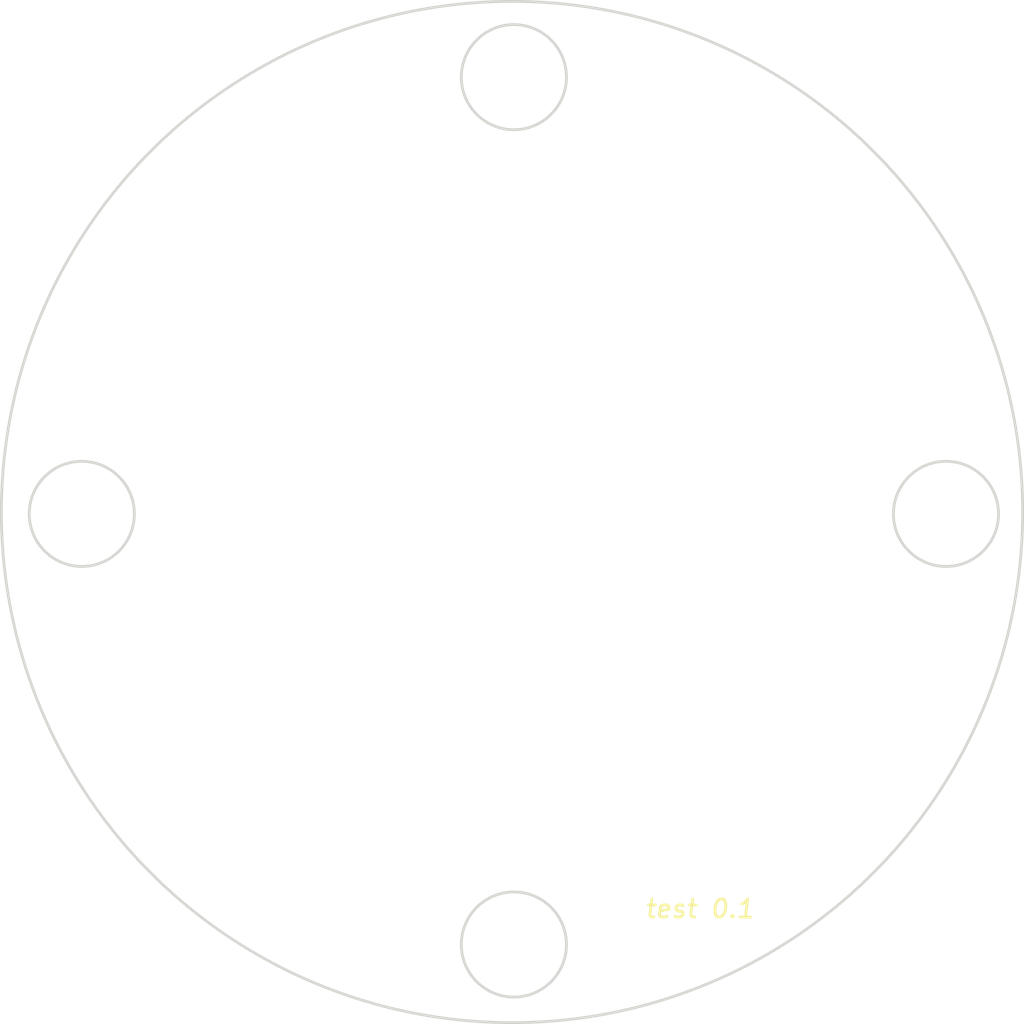
<source format=kicad_pcb>
(kicad_pcb (version 20171130) (host pcbnew "(5.1.6-0-10_14)")

  (general
    (thickness 1.6)
    (drawings 6)
    (tracks 0)
    (zones 0)
    (modules 4)
    (nets 1)
  )

  (page A2)
  (layers
    (0 F.Cu signal)
    (31 B.Cu signal)
    (32 B.Adhes user)
    (33 F.Adhes user)
    (34 B.Paste user)
    (35 F.Paste user)
    (36 B.SilkS user)
    (37 F.SilkS user)
    (38 B.Mask user)
    (39 F.Mask user)
    (40 Dwgs.User user)
    (41 Cmts.User user)
    (42 Eco1.User user)
    (43 Eco2.User user)
    (44 Edge.Cuts user)
    (45 Margin user)
    (46 B.CrtYd user)
    (47 F.CrtYd user)
    (48 B.Fab user)
    (49 F.Fab user)
  )

  (setup
    (last_trace_width 0.25)
    (trace_clearance 0.2)
    (zone_clearance 0.508)
    (zone_45_only no)
    (trace_min 0.2)
    (via_size 0.8)
    (via_drill 0.4)
    (via_min_size 0.4)
    (via_min_drill 0.3)
    (uvia_size 0.3)
    (uvia_drill 0.1)
    (uvias_allowed no)
    (uvia_min_size 0.2)
    (uvia_min_drill 0.1)
    (edge_width 0.1)
    (segment_width 0.2)
    (pcb_text_width 0.3)
    (pcb_text_size 1.5 1.5)
    (mod_edge_width 0.15)
    (mod_text_size 1 1)
    (mod_text_width 0.15)
    (pad_size 1.7526 1.7526)
    (pad_drill 1.0922)
    (pad_to_mask_clearance 0)
    (aux_axis_origin 0 0)
    (grid_origin 71.374 69.596)
    (visible_elements FFFFE7FF)
    (pcbplotparams
      (layerselection 0x3ffff_ffffffff)
      (usegerberextensions false)
      (usegerberattributes true)
      (usegerberadvancedattributes true)
      (creategerberjobfile true)
      (excludeedgelayer true)
      (linewidth 0.100000)
      (plotframeref false)
      (viasonmask false)
      (mode 1)
      (useauxorigin false)
      (hpglpennumber 1)
      (hpglpenspeed 20)
      (hpglpendiameter 15.000000)
      (psnegative false)
      (psa4output false)
      (plotreference true)
      (plotvalue true)
      (plotinvisibletext false)
      (padsonsilk false)
      (subtractmaskfromsilk false)
      (outputformat 1)
      (mirror false)
      (drillshape 0)
      (scaleselection 1)
      (outputdirectory "mech50-keyboard-gerbers/"))
  )

  (net 0 "")

  (net_class Default "This is the default net class."
    (clearance 0.2)
    (trace_width 0.25)
    (via_dia 0.8)
    (via_drill 0.4)
    (uvia_dia 0.3)
    (uvia_drill 0.1)
  )

  (module Keebio-Parts:MX_Switch_Cutout (layer F.Cu) (tedit 59612069) (tstamp 618EEF60)
    (at 260.35 200.66)
    (path /603B1B93)
    (fp_text reference S-A1 (at 0 3.175) (layer F.SilkS) hide
      (effects (font (size 1.27 1.524) (thickness 0.2032)))
    )
    (fp_text value MX (at 0 5.08) (layer F.SilkS) hide
      (effects (font (size 1.27 1.524) (thickness 0.2032)))
    )
    (fp_line (start -9.5 -9.5) (end 9.5 -9.5) (layer Dwgs.User) (width 0.15))
    (fp_line (start -9.5 9.5) (end -9.5 -9.5) (layer Dwgs.User) (width 0.15))
    (fp_line (start 9.5 9.5) (end -9.5 9.5) (layer Dwgs.User) (width 0.15))
    (fp_line (start 9.5 -9.5) (end 9.5 9.5) (layer Dwgs.User) (width 0.15))
    (pad "" np_thru_hole oval (at 7.14375 2.667) (size 1.3335 0.508) (drill oval 1.3335 0.508) (layers *.Cu *.Mask))
    (pad "" np_thru_hole oval (at -7.14375 2.667) (size 1.3335 0.508) (drill oval 1.3335 0.508) (layers *.Cu *.Mask))
    (pad "" np_thru_hole oval (at 7.14375 -2.667) (size 1.3335 0.508) (drill oval 1.3335 0.508) (layers *.Cu *.Mask))
    (pad "" np_thru_hole oval (at -7.14375 -2.667) (size 1.3335 0.508) (drill oval 1.3335 0.508) (layers *.Cu *.Mask))
    (pad "" np_thru_hole oval (at 0 6.985) (size 5.08 1.27) (drill oval 5.08 1.27) (layers *.Cu *.Mask))
    (pad "" np_thru_hole oval (at 0 -6.985) (size 5.08 1.27) (drill oval 5.08 1.27) (layers *.Cu *.Mask))
    (pad "" np_thru_hole oval (at -6.731 0) (size 0.508 5.842) (drill oval 0.508 5.842) (layers *.Cu *.Mask))
    (pad "" np_thru_hole oval (at 6.731 0) (size 0.508 5.842) (drill oval 0.508 5.842) (layers *.Cu *.Mask))
    (pad "" np_thru_hole oval (at -7.5565 4.699) (size 0.508 4.572) (drill oval 0.508 4.572) (layers *.Cu *.Mask))
    (pad "" np_thru_hole oval (at 7.5565 4.699) (size 0.508 4.572) (drill oval 0.508 4.572) (layers *.Cu *.Mask))
    (pad "" np_thru_hole oval (at 7.5565 -4.699) (size 0.508 4.572) (drill oval 0.508 4.572) (layers *.Cu *.Mask))
    (pad "" np_thru_hole oval (at -7.5565 -4.699) (size 0.508 4.572) (drill oval 0.508 4.572) (layers *.Cu *.Mask))
    (pad "" np_thru_hole oval (at 0 6.731) (size 15.5956 0.508) (drill oval 15.5956 0.508) (layers *.Cu *.Mask))
    (pad "" np_thru_hole oval (at 0 -6.731) (size 15.5956 0.508) (drill oval 15.5956 0.508) (layers *.Cu *.Mask))
  )

  (module Keebio-Parts:MX_Switch_Cutout (layer F.Cu) (tedit 59612069) (tstamp 618EEF4B)
    (at 241.3 200.66)
    (path /603B1B93)
    (fp_text reference S-A1 (at 0 3.175) (layer F.SilkS) hide
      (effects (font (size 1.27 1.524) (thickness 0.2032)))
    )
    (fp_text value MX (at 0 5.08) (layer F.SilkS) hide
      (effects (font (size 1.27 1.524) (thickness 0.2032)))
    )
    (fp_line (start 9.5 -9.5) (end 9.5 9.5) (layer Dwgs.User) (width 0.15))
    (fp_line (start 9.5 9.5) (end -9.5 9.5) (layer Dwgs.User) (width 0.15))
    (fp_line (start -9.5 9.5) (end -9.5 -9.5) (layer Dwgs.User) (width 0.15))
    (fp_line (start -9.5 -9.5) (end 9.5 -9.5) (layer Dwgs.User) (width 0.15))
    (pad "" np_thru_hole oval (at 0 -6.731) (size 15.5956 0.508) (drill oval 15.5956 0.508) (layers *.Cu *.Mask))
    (pad "" np_thru_hole oval (at 0 6.731) (size 15.5956 0.508) (drill oval 15.5956 0.508) (layers *.Cu *.Mask))
    (pad "" np_thru_hole oval (at -7.5565 -4.699) (size 0.508 4.572) (drill oval 0.508 4.572) (layers *.Cu *.Mask))
    (pad "" np_thru_hole oval (at 7.5565 -4.699) (size 0.508 4.572) (drill oval 0.508 4.572) (layers *.Cu *.Mask))
    (pad "" np_thru_hole oval (at 7.5565 4.699) (size 0.508 4.572) (drill oval 0.508 4.572) (layers *.Cu *.Mask))
    (pad "" np_thru_hole oval (at -7.5565 4.699) (size 0.508 4.572) (drill oval 0.508 4.572) (layers *.Cu *.Mask))
    (pad "" np_thru_hole oval (at 6.731 0) (size 0.508 5.842) (drill oval 0.508 5.842) (layers *.Cu *.Mask))
    (pad "" np_thru_hole oval (at -6.731 0) (size 0.508 5.842) (drill oval 0.508 5.842) (layers *.Cu *.Mask))
    (pad "" np_thru_hole oval (at 0 -6.985) (size 5.08 1.27) (drill oval 5.08 1.27) (layers *.Cu *.Mask))
    (pad "" np_thru_hole oval (at 0 6.985) (size 5.08 1.27) (drill oval 5.08 1.27) (layers *.Cu *.Mask))
    (pad "" np_thru_hole oval (at -7.14375 -2.667) (size 1.3335 0.508) (drill oval 1.3335 0.508) (layers *.Cu *.Mask))
    (pad "" np_thru_hole oval (at 7.14375 -2.667) (size 1.3335 0.508) (drill oval 1.3335 0.508) (layers *.Cu *.Mask))
    (pad "" np_thru_hole oval (at -7.14375 2.667) (size 1.3335 0.508) (drill oval 1.3335 0.508) (layers *.Cu *.Mask))
    (pad "" np_thru_hole oval (at 7.14375 2.667) (size 1.3335 0.508) (drill oval 1.3335 0.508) (layers *.Cu *.Mask))
  )

  (module Keebio-Parts:MX_Switch_Cutout (layer F.Cu) (tedit 59612069) (tstamp 618EEF21)
    (at 260.35 181.61)
    (path /603B1B93)
    (fp_text reference S-A1 (at 0 3.175) (layer F.SilkS) hide
      (effects (font (size 1.27 1.524) (thickness 0.2032)))
    )
    (fp_text value MX (at 0 5.08) (layer F.SilkS) hide
      (effects (font (size 1.27 1.524) (thickness 0.2032)))
    )
    (fp_line (start 9.5 -9.5) (end 9.5 9.5) (layer Dwgs.User) (width 0.15))
    (fp_line (start 9.5 9.5) (end -9.5 9.5) (layer Dwgs.User) (width 0.15))
    (fp_line (start -9.5 9.5) (end -9.5 -9.5) (layer Dwgs.User) (width 0.15))
    (fp_line (start -9.5 -9.5) (end 9.5 -9.5) (layer Dwgs.User) (width 0.15))
    (pad "" np_thru_hole oval (at 0 -6.731) (size 15.5956 0.508) (drill oval 15.5956 0.508) (layers *.Cu *.Mask))
    (pad "" np_thru_hole oval (at 0 6.731) (size 15.5956 0.508) (drill oval 15.5956 0.508) (layers *.Cu *.Mask))
    (pad "" np_thru_hole oval (at -7.5565 -4.699) (size 0.508 4.572) (drill oval 0.508 4.572) (layers *.Cu *.Mask))
    (pad "" np_thru_hole oval (at 7.5565 -4.699) (size 0.508 4.572) (drill oval 0.508 4.572) (layers *.Cu *.Mask))
    (pad "" np_thru_hole oval (at 7.5565 4.699) (size 0.508 4.572) (drill oval 0.508 4.572) (layers *.Cu *.Mask))
    (pad "" np_thru_hole oval (at -7.5565 4.699) (size 0.508 4.572) (drill oval 0.508 4.572) (layers *.Cu *.Mask))
    (pad "" np_thru_hole oval (at 6.731 0) (size 0.508 5.842) (drill oval 0.508 5.842) (layers *.Cu *.Mask))
    (pad "" np_thru_hole oval (at -6.731 0) (size 0.508 5.842) (drill oval 0.508 5.842) (layers *.Cu *.Mask))
    (pad "" np_thru_hole oval (at 0 -6.985) (size 5.08 1.27) (drill oval 5.08 1.27) (layers *.Cu *.Mask))
    (pad "" np_thru_hole oval (at 0 6.985) (size 5.08 1.27) (drill oval 5.08 1.27) (layers *.Cu *.Mask))
    (pad "" np_thru_hole oval (at -7.14375 -2.667) (size 1.3335 0.508) (drill oval 1.3335 0.508) (layers *.Cu *.Mask))
    (pad "" np_thru_hole oval (at 7.14375 -2.667) (size 1.3335 0.508) (drill oval 1.3335 0.508) (layers *.Cu *.Mask))
    (pad "" np_thru_hole oval (at -7.14375 2.667) (size 1.3335 0.508) (drill oval 1.3335 0.508) (layers *.Cu *.Mask))
    (pad "" np_thru_hole oval (at 7.14375 2.667) (size 1.3335 0.508) (drill oval 1.3335 0.508) (layers *.Cu *.Mask))
  )

  (module Keebio-Parts:MX_Switch_Cutout (layer F.Cu) (tedit 59612069) (tstamp 618EEE39)
    (at 241.3 181.61)
    (path /603B1B93)
    (fp_text reference S-A1 (at 0 3.175) (layer F.SilkS) hide
      (effects (font (size 1.27 1.524) (thickness 0.2032)))
    )
    (fp_text value MX (at 0 5.08) (layer F.SilkS) hide
      (effects (font (size 1.27 1.524) (thickness 0.2032)))
    )
    (fp_line (start -9.5 -9.5) (end 9.5 -9.5) (layer Dwgs.User) (width 0.15))
    (fp_line (start -9.5 9.5) (end -9.5 -9.5) (layer Dwgs.User) (width 0.15))
    (fp_line (start 9.5 9.5) (end -9.5 9.5) (layer Dwgs.User) (width 0.15))
    (fp_line (start 9.5 -9.5) (end 9.5 9.5) (layer Dwgs.User) (width 0.15))
    (pad "" np_thru_hole oval (at 7.14375 2.667) (size 1.3335 0.508) (drill oval 1.3335 0.508) (layers *.Cu *.Mask))
    (pad "" np_thru_hole oval (at -7.14375 2.667) (size 1.3335 0.508) (drill oval 1.3335 0.508) (layers *.Cu *.Mask))
    (pad "" np_thru_hole oval (at 7.14375 -2.667) (size 1.3335 0.508) (drill oval 1.3335 0.508) (layers *.Cu *.Mask))
    (pad "" np_thru_hole oval (at -7.14375 -2.667) (size 1.3335 0.508) (drill oval 1.3335 0.508) (layers *.Cu *.Mask))
    (pad "" np_thru_hole oval (at 0 6.985) (size 5.08 1.27) (drill oval 5.08 1.27) (layers *.Cu *.Mask))
    (pad "" np_thru_hole oval (at 0 -6.985) (size 5.08 1.27) (drill oval 5.08 1.27) (layers *.Cu *.Mask))
    (pad "" np_thru_hole oval (at -6.731 0) (size 0.508 5.842) (drill oval 0.508 5.842) (layers *.Cu *.Mask))
    (pad "" np_thru_hole oval (at 6.731 0) (size 0.508 5.842) (drill oval 0.508 5.842) (layers *.Cu *.Mask))
    (pad "" np_thru_hole oval (at -7.5565 4.699) (size 0.508 4.572) (drill oval 0.508 4.572) (layers *.Cu *.Mask))
    (pad "" np_thru_hole oval (at 7.5565 4.699) (size 0.508 4.572) (drill oval 0.508 4.572) (layers *.Cu *.Mask))
    (pad "" np_thru_hole oval (at 7.5565 -4.699) (size 0.508 4.572) (drill oval 0.508 4.572) (layers *.Cu *.Mask))
    (pad "" np_thru_hole oval (at -7.5565 -4.699) (size 0.508 4.572) (drill oval 0.508 4.572) (layers *.Cu *.Mask))
    (pad "" np_thru_hole oval (at 0 6.731) (size 15.5956 0.508) (drill oval 15.5956 0.508) (layers *.Cu *.Mask))
    (pad "" np_thru_hole oval (at 0 -6.731) (size 15.5956 0.508) (drill oval 15.5956 0.508) (layers *.Cu *.Mask))
  )

  (gr_text "test 0.1" (at 261.112 212.852) (layer F.SilkS)
    (effects (font (size 1 1) (thickness 0.15) italic))
  )
  (gr_circle (center 250.952 214.804318) (end 253.825682 214.804318) (layer Edge.Cuts) (width 0.15) (tstamp 618EF3D9))
  (gr_circle (center 274.574 191.262) (end 277.447682 191.262) (layer Edge.Cuts) (width 0.15) (tstamp 618EF3D6))
  (gr_circle (center 250.952 167.386) (end 253.825682 167.386) (layer Edge.Cuts) (width 0.15) (tstamp 618EF3D4))
  (gr_circle (center 227.33 191.262) (end 230.203682 191.262) (layer Edge.Cuts) (width 0.15))
  (gr_circle (center 250.85 191.16) (end 278.766908 191.16) (layer Edge.Cuts) (width 0.15))

)

</source>
